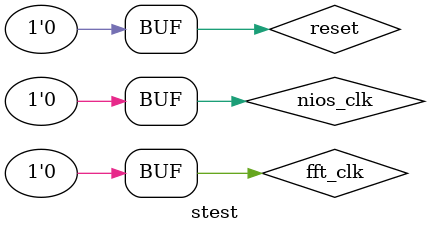
<source format=v>
`timescale 1ps / 1ps

module stest (	);

	parameter HALF_NIOS_CYCLE = 5000;
	parameter HALF_FFT_CYCLE  = 12500;

		reg         nios_clk, fft_clk; 
      reg reset;		
initial
  begin
    
//    $dumpvars;
    #0 nios_clk = 1'b0;
    #0 fft_clk = 1'b0;
    #0 reset = 1'b1;
    #(5*HALF_FFT_CYCLE) reset = 1'b0;
    
  end

	// òàêòîâûå
always  begin
    #HALF_NIOS_CYCLE    nios_clk = 1;
    #HALF_NIOS_CYCLE    nios_clk = 0;
end
always  begin
    #HALF_FFT_CYCLE fft_clk = 1;
    #HALF_FFT_CYCLE fft_clk = 0;
end
endmodule

</source>
